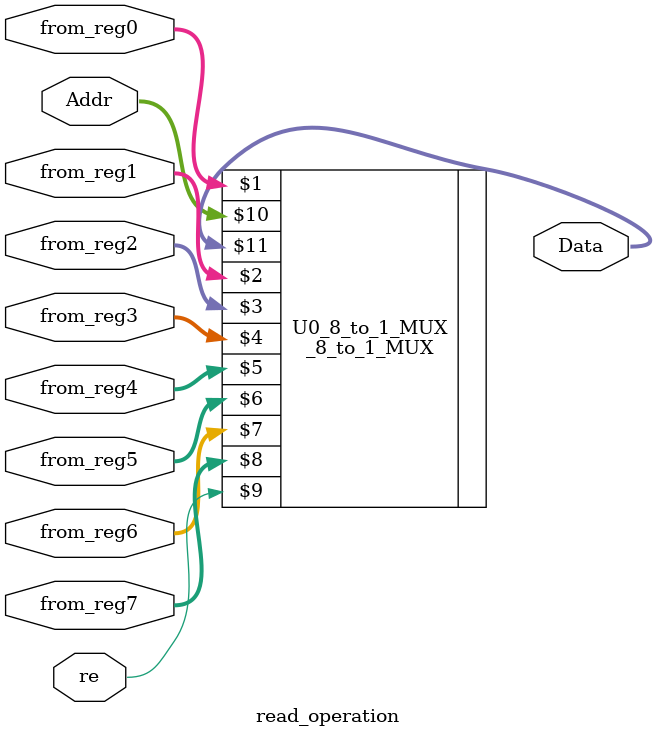
<source format=v>
module read_operation(from_reg0,from_reg1,from_reg2,from_reg3,from_reg4,from_reg5,from_reg6,from_reg7,re,Addr,Data);
	input [31:0] from_reg0,from_reg1,from_reg2,from_reg3,from_reg4,from_reg5,from_reg6,from_reg7;
	input [2:0] Addr;
	input re;
	output [31:0] Data;
	
	_8_to_1_MUX U0_8_to_1_MUX(from_reg0,from_reg1,from_reg2,from_reg3,from_reg4,from_reg5,from_reg6,from_reg7,re,Addr,Data);//which register to read?
	
endmodule

</source>
